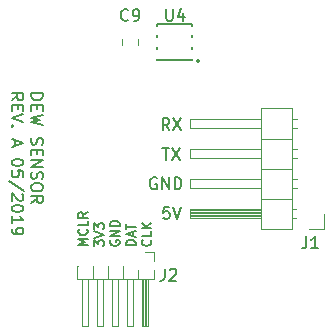
<source format=gbr>
G04 #@! TF.GenerationSoftware,KiCad,Pcbnew,(5.1.2)-1*
G04 #@! TF.CreationDate,2019-05-26T15:49:40+02:00*
G04 #@! TF.ProjectId,Dew Sensor,44657720-5365-46e7-936f-722e6b696361,rev?*
G04 #@! TF.SameCoordinates,Original*
G04 #@! TF.FileFunction,Legend,Top*
G04 #@! TF.FilePolarity,Positive*
%FSLAX46Y46*%
G04 Gerber Fmt 4.6, Leading zero omitted, Abs format (unit mm)*
G04 Created by KiCad (PCBNEW (5.1.2)-1) date 2019-05-26 15:49:40*
%MOMM*%
%LPD*%
G04 APERTURE LIST*
%ADD10C,0.150000*%
%ADD11C,0.120000*%
%ADD12C,0.200000*%
G04 APERTURE END LIST*
D10*
X194872619Y-118835595D02*
X195872619Y-118835595D01*
X195872619Y-119073690D01*
X195825000Y-119216547D01*
X195729761Y-119311785D01*
X195634523Y-119359404D01*
X195444047Y-119407023D01*
X195301190Y-119407023D01*
X195110714Y-119359404D01*
X195015476Y-119311785D01*
X194920238Y-119216547D01*
X194872619Y-119073690D01*
X194872619Y-118835595D01*
X195396428Y-119835595D02*
X195396428Y-120168928D01*
X194872619Y-120311785D02*
X194872619Y-119835595D01*
X195872619Y-119835595D01*
X195872619Y-120311785D01*
X195872619Y-120645119D02*
X194872619Y-120883214D01*
X195586904Y-121073690D01*
X194872619Y-121264166D01*
X195872619Y-121502261D01*
X194920238Y-122597500D02*
X194872619Y-122740357D01*
X194872619Y-122978452D01*
X194920238Y-123073690D01*
X194967857Y-123121309D01*
X195063095Y-123168928D01*
X195158333Y-123168928D01*
X195253571Y-123121309D01*
X195301190Y-123073690D01*
X195348809Y-122978452D01*
X195396428Y-122787976D01*
X195444047Y-122692738D01*
X195491666Y-122645119D01*
X195586904Y-122597500D01*
X195682142Y-122597500D01*
X195777380Y-122645119D01*
X195825000Y-122692738D01*
X195872619Y-122787976D01*
X195872619Y-123026071D01*
X195825000Y-123168928D01*
X195396428Y-123597500D02*
X195396428Y-123930833D01*
X194872619Y-124073690D02*
X194872619Y-123597500D01*
X195872619Y-123597500D01*
X195872619Y-124073690D01*
X194872619Y-124502261D02*
X195872619Y-124502261D01*
X194872619Y-125073690D01*
X195872619Y-125073690D01*
X194920238Y-125502261D02*
X194872619Y-125645119D01*
X194872619Y-125883214D01*
X194920238Y-125978452D01*
X194967857Y-126026071D01*
X195063095Y-126073690D01*
X195158333Y-126073690D01*
X195253571Y-126026071D01*
X195301190Y-125978452D01*
X195348809Y-125883214D01*
X195396428Y-125692738D01*
X195444047Y-125597500D01*
X195491666Y-125549880D01*
X195586904Y-125502261D01*
X195682142Y-125502261D01*
X195777380Y-125549880D01*
X195825000Y-125597500D01*
X195872619Y-125692738D01*
X195872619Y-125930833D01*
X195825000Y-126073690D01*
X195872619Y-126692738D02*
X195872619Y-126883214D01*
X195825000Y-126978452D01*
X195729761Y-127073690D01*
X195539285Y-127121309D01*
X195205952Y-127121309D01*
X195015476Y-127073690D01*
X194920238Y-126978452D01*
X194872619Y-126883214D01*
X194872619Y-126692738D01*
X194920238Y-126597500D01*
X195015476Y-126502261D01*
X195205952Y-126454642D01*
X195539285Y-126454642D01*
X195729761Y-126502261D01*
X195825000Y-126597500D01*
X195872619Y-126692738D01*
X194872619Y-128121309D02*
X195348809Y-127787976D01*
X194872619Y-127549880D02*
X195872619Y-127549880D01*
X195872619Y-127930833D01*
X195825000Y-128026071D01*
X195777380Y-128073690D01*
X195682142Y-128121309D01*
X195539285Y-128121309D01*
X195444047Y-128073690D01*
X195396428Y-128026071D01*
X195348809Y-127930833D01*
X195348809Y-127549880D01*
X193222619Y-119407023D02*
X193698809Y-119073690D01*
X193222619Y-118835595D02*
X194222619Y-118835595D01*
X194222619Y-119216547D01*
X194175000Y-119311785D01*
X194127380Y-119359404D01*
X194032142Y-119407023D01*
X193889285Y-119407023D01*
X193794047Y-119359404D01*
X193746428Y-119311785D01*
X193698809Y-119216547D01*
X193698809Y-118835595D01*
X193746428Y-119835595D02*
X193746428Y-120168928D01*
X193222619Y-120311785D02*
X193222619Y-119835595D01*
X194222619Y-119835595D01*
X194222619Y-120311785D01*
X194222619Y-120597500D02*
X193222619Y-120930833D01*
X194222619Y-121264166D01*
X193317857Y-121597500D02*
X193270238Y-121645119D01*
X193222619Y-121597500D01*
X193270238Y-121549880D01*
X193317857Y-121597500D01*
X193222619Y-121597500D01*
X193508333Y-122787976D02*
X193508333Y-123264166D01*
X193222619Y-122692738D02*
X194222619Y-123026071D01*
X193222619Y-123359404D01*
X194222619Y-124645119D02*
X194222619Y-124740357D01*
X194175000Y-124835595D01*
X194127380Y-124883214D01*
X194032142Y-124930833D01*
X193841666Y-124978452D01*
X193603571Y-124978452D01*
X193413095Y-124930833D01*
X193317857Y-124883214D01*
X193270238Y-124835595D01*
X193222619Y-124740357D01*
X193222619Y-124645119D01*
X193270238Y-124549880D01*
X193317857Y-124502261D01*
X193413095Y-124454642D01*
X193603571Y-124407023D01*
X193841666Y-124407023D01*
X194032142Y-124454642D01*
X194127380Y-124502261D01*
X194175000Y-124549880D01*
X194222619Y-124645119D01*
X194222619Y-125883214D02*
X194222619Y-125407023D01*
X193746428Y-125359404D01*
X193794047Y-125407023D01*
X193841666Y-125502261D01*
X193841666Y-125740357D01*
X193794047Y-125835595D01*
X193746428Y-125883214D01*
X193651190Y-125930833D01*
X193413095Y-125930833D01*
X193317857Y-125883214D01*
X193270238Y-125835595D01*
X193222619Y-125740357D01*
X193222619Y-125502261D01*
X193270238Y-125407023D01*
X193317857Y-125359404D01*
X194270238Y-127073690D02*
X192984523Y-126216547D01*
X194127380Y-127359404D02*
X194175000Y-127407023D01*
X194222619Y-127502261D01*
X194222619Y-127740357D01*
X194175000Y-127835595D01*
X194127380Y-127883214D01*
X194032142Y-127930833D01*
X193936904Y-127930833D01*
X193794047Y-127883214D01*
X193222619Y-127311785D01*
X193222619Y-127930833D01*
X194222619Y-128549880D02*
X194222619Y-128645119D01*
X194175000Y-128740357D01*
X194127380Y-128787976D01*
X194032142Y-128835595D01*
X193841666Y-128883214D01*
X193603571Y-128883214D01*
X193413095Y-128835595D01*
X193317857Y-128787976D01*
X193270238Y-128740357D01*
X193222619Y-128645119D01*
X193222619Y-128549880D01*
X193270238Y-128454642D01*
X193317857Y-128407023D01*
X193413095Y-128359404D01*
X193603571Y-128311785D01*
X193841666Y-128311785D01*
X194032142Y-128359404D01*
X194127380Y-128407023D01*
X194175000Y-128454642D01*
X194222619Y-128549880D01*
X193222619Y-129835595D02*
X193222619Y-129264166D01*
X193222619Y-129549880D02*
X194222619Y-129549880D01*
X194079761Y-129454642D01*
X193984523Y-129359404D01*
X193936904Y-129264166D01*
X193222619Y-130311785D02*
X193222619Y-130502261D01*
X193270238Y-130597500D01*
X193317857Y-130645119D01*
X193460714Y-130740357D01*
X193651190Y-130787976D01*
X194032142Y-130787976D01*
X194127380Y-130740357D01*
X194175000Y-130692738D01*
X194222619Y-130597500D01*
X194222619Y-130407023D01*
X194175000Y-130311785D01*
X194127380Y-130264166D01*
X194032142Y-130216547D01*
X193794047Y-130216547D01*
X193698809Y-130264166D01*
X193651190Y-130311785D01*
X193603571Y-130407023D01*
X193603571Y-130597500D01*
X193651190Y-130692738D01*
X193698809Y-130740357D01*
X193794047Y-130787976D01*
X205488095Y-126000000D02*
X205392857Y-125952380D01*
X205250000Y-125952380D01*
X205107142Y-126000000D01*
X205011904Y-126095238D01*
X204964285Y-126190476D01*
X204916666Y-126380952D01*
X204916666Y-126523809D01*
X204964285Y-126714285D01*
X205011904Y-126809523D01*
X205107142Y-126904761D01*
X205250000Y-126952380D01*
X205345238Y-126952380D01*
X205488095Y-126904761D01*
X205535714Y-126857142D01*
X205535714Y-126523809D01*
X205345238Y-126523809D01*
X205964285Y-126952380D02*
X205964285Y-125952380D01*
X206535714Y-126952380D01*
X206535714Y-125952380D01*
X207011904Y-126952380D02*
X207011904Y-125952380D01*
X207250000Y-125952380D01*
X207392857Y-126000000D01*
X207488095Y-126095238D01*
X207535714Y-126190476D01*
X207583333Y-126380952D01*
X207583333Y-126523809D01*
X207535714Y-126714285D01*
X207488095Y-126809523D01*
X207392857Y-126904761D01*
X207250000Y-126952380D01*
X207011904Y-126952380D01*
X206559523Y-128452380D02*
X206083333Y-128452380D01*
X206035714Y-128928571D01*
X206083333Y-128880952D01*
X206178571Y-128833333D01*
X206416666Y-128833333D01*
X206511904Y-128880952D01*
X206559523Y-128928571D01*
X206607142Y-129023809D01*
X206607142Y-129261904D01*
X206559523Y-129357142D01*
X206511904Y-129404761D01*
X206416666Y-129452380D01*
X206178571Y-129452380D01*
X206083333Y-129404761D01*
X206035714Y-129357142D01*
X206892857Y-128452380D02*
X207226190Y-129452380D01*
X207559523Y-128452380D01*
X205988095Y-123452380D02*
X206559523Y-123452380D01*
X206273809Y-124452380D02*
X206273809Y-123452380D01*
X206797619Y-123452380D02*
X207464285Y-124452380D01*
X207464285Y-123452380D02*
X206797619Y-124452380D01*
X206583333Y-121952380D02*
X206250000Y-121476190D01*
X206011904Y-121952380D02*
X206011904Y-120952380D01*
X206392857Y-120952380D01*
X206488095Y-121000000D01*
X206535714Y-121047619D01*
X206583333Y-121142857D01*
X206583333Y-121285714D01*
X206535714Y-121380952D01*
X206488095Y-121428571D01*
X206392857Y-121476190D01*
X206011904Y-121476190D01*
X206916666Y-120952380D02*
X207583333Y-121952380D01*
X207583333Y-120952380D02*
X206916666Y-121952380D01*
X199661904Y-131712023D02*
X198861904Y-131712023D01*
X199433333Y-131445357D01*
X198861904Y-131178690D01*
X199661904Y-131178690D01*
X199585714Y-130340595D02*
X199623809Y-130378690D01*
X199661904Y-130492976D01*
X199661904Y-130569166D01*
X199623809Y-130683452D01*
X199547619Y-130759642D01*
X199471428Y-130797738D01*
X199319047Y-130835833D01*
X199204761Y-130835833D01*
X199052380Y-130797738D01*
X198976190Y-130759642D01*
X198900000Y-130683452D01*
X198861904Y-130569166D01*
X198861904Y-130492976D01*
X198900000Y-130378690D01*
X198938095Y-130340595D01*
X199661904Y-129616785D02*
X199661904Y-129997738D01*
X198861904Y-129997738D01*
X199661904Y-128892976D02*
X199280952Y-129159642D01*
X199661904Y-129350119D02*
X198861904Y-129350119D01*
X198861904Y-129045357D01*
X198900000Y-128969166D01*
X198938095Y-128931071D01*
X199014285Y-128892976D01*
X199128571Y-128892976D01*
X199204761Y-128931071D01*
X199242857Y-128969166D01*
X199280952Y-129045357D01*
X199280952Y-129350119D01*
X200211904Y-131788214D02*
X200211904Y-131292976D01*
X200516666Y-131559642D01*
X200516666Y-131445357D01*
X200554761Y-131369166D01*
X200592857Y-131331071D01*
X200669047Y-131292976D01*
X200859523Y-131292976D01*
X200935714Y-131331071D01*
X200973809Y-131369166D01*
X201011904Y-131445357D01*
X201011904Y-131673928D01*
X200973809Y-131750119D01*
X200935714Y-131788214D01*
X200211904Y-131064404D02*
X201011904Y-130797738D01*
X200211904Y-130531071D01*
X200211904Y-130340595D02*
X200211904Y-129845357D01*
X200516666Y-130112023D01*
X200516666Y-129997738D01*
X200554761Y-129921547D01*
X200592857Y-129883452D01*
X200669047Y-129845357D01*
X200859523Y-129845357D01*
X200935714Y-129883452D01*
X200973809Y-129921547D01*
X201011904Y-129997738D01*
X201011904Y-130226309D01*
X200973809Y-130302500D01*
X200935714Y-130340595D01*
X201600000Y-131292976D02*
X201561904Y-131369166D01*
X201561904Y-131483452D01*
X201600000Y-131597738D01*
X201676190Y-131673928D01*
X201752380Y-131712023D01*
X201904761Y-131750119D01*
X202019047Y-131750119D01*
X202171428Y-131712023D01*
X202247619Y-131673928D01*
X202323809Y-131597738D01*
X202361904Y-131483452D01*
X202361904Y-131407261D01*
X202323809Y-131292976D01*
X202285714Y-131254880D01*
X202019047Y-131254880D01*
X202019047Y-131407261D01*
X202361904Y-130912023D02*
X201561904Y-130912023D01*
X202361904Y-130454880D01*
X201561904Y-130454880D01*
X202361904Y-130073928D02*
X201561904Y-130073928D01*
X201561904Y-129883452D01*
X201600000Y-129769166D01*
X201676190Y-129692976D01*
X201752380Y-129654880D01*
X201904761Y-129616785D01*
X202019047Y-129616785D01*
X202171428Y-129654880D01*
X202247619Y-129692976D01*
X202323809Y-129769166D01*
X202361904Y-129883452D01*
X202361904Y-130073928D01*
X203711904Y-131712023D02*
X202911904Y-131712023D01*
X202911904Y-131521547D01*
X202950000Y-131407261D01*
X203026190Y-131331071D01*
X203102380Y-131292976D01*
X203254761Y-131254880D01*
X203369047Y-131254880D01*
X203521428Y-131292976D01*
X203597619Y-131331071D01*
X203673809Y-131407261D01*
X203711904Y-131521547D01*
X203711904Y-131712023D01*
X203483333Y-130950119D02*
X203483333Y-130569166D01*
X203711904Y-131026309D02*
X202911904Y-130759642D01*
X203711904Y-130492976D01*
X202911904Y-130340595D02*
X202911904Y-129883452D01*
X203711904Y-130112023D02*
X202911904Y-130112023D01*
X204985714Y-131254880D02*
X205023809Y-131292976D01*
X205061904Y-131407261D01*
X205061904Y-131483452D01*
X205023809Y-131597738D01*
X204947619Y-131673928D01*
X204871428Y-131712023D01*
X204719047Y-131750119D01*
X204604761Y-131750119D01*
X204452380Y-131712023D01*
X204376190Y-131673928D01*
X204300000Y-131597738D01*
X204261904Y-131483452D01*
X204261904Y-131407261D01*
X204300000Y-131292976D01*
X204338095Y-131254880D01*
X205061904Y-130531071D02*
X205061904Y-130912023D01*
X204261904Y-130912023D01*
X205061904Y-130264404D02*
X204261904Y-130264404D01*
X205061904Y-129807261D02*
X204604761Y-130150119D01*
X204261904Y-129807261D02*
X204719047Y-130264404D01*
D11*
X219710000Y-130302000D02*
X218440000Y-130302000D01*
X219710000Y-129032000D02*
X219710000Y-130302000D01*
X217397071Y-121032000D02*
X217000000Y-121032000D01*
X217397071Y-121792000D02*
X217000000Y-121792000D01*
X208340000Y-121032000D02*
X214340000Y-121032000D01*
X208340000Y-121792000D02*
X208340000Y-121032000D01*
X214340000Y-121792000D02*
X208340000Y-121792000D01*
X217000000Y-122682000D02*
X214340000Y-122682000D01*
X217397071Y-123572000D02*
X217000000Y-123572000D01*
X217397071Y-124332000D02*
X217000000Y-124332000D01*
X208340000Y-123572000D02*
X214340000Y-123572000D01*
X208340000Y-124332000D02*
X208340000Y-123572000D01*
X214340000Y-124332000D02*
X208340000Y-124332000D01*
X217000000Y-125222000D02*
X214340000Y-125222000D01*
X217397071Y-126112000D02*
X217000000Y-126112000D01*
X217397071Y-126872000D02*
X217000000Y-126872000D01*
X208340000Y-126112000D02*
X214340000Y-126112000D01*
X208340000Y-126872000D02*
X208340000Y-126112000D01*
X214340000Y-126872000D02*
X208340000Y-126872000D01*
X217000000Y-127762000D02*
X214340000Y-127762000D01*
X217330000Y-128652000D02*
X217000000Y-128652000D01*
X217330000Y-129412000D02*
X217000000Y-129412000D01*
X214340000Y-128752000D02*
X208340000Y-128752000D01*
X214340000Y-128872000D02*
X208340000Y-128872000D01*
X214340000Y-128992000D02*
X208340000Y-128992000D01*
X214340000Y-129112000D02*
X208340000Y-129112000D01*
X214340000Y-129232000D02*
X208340000Y-129232000D01*
X214340000Y-129352000D02*
X208340000Y-129352000D01*
X208340000Y-128652000D02*
X214340000Y-128652000D01*
X208340000Y-129412000D02*
X208340000Y-128652000D01*
X214340000Y-129412000D02*
X208340000Y-129412000D01*
X214340000Y-130362000D02*
X217000000Y-130362000D01*
X214340000Y-120082000D02*
X214340000Y-130362000D01*
X217000000Y-120082000D02*
X214340000Y-120082000D01*
X217000000Y-130362000D02*
X217000000Y-120082000D01*
X205300000Y-132240000D02*
X205300000Y-133000000D01*
X204540000Y-132240000D02*
X205300000Y-132240000D01*
X199200000Y-138560000D02*
X199200000Y-134560000D01*
X199720000Y-138560000D02*
X199200000Y-138560000D01*
X199720000Y-134560000D02*
X199720000Y-138560000D01*
X200110323Y-133440000D02*
X200079677Y-133440000D01*
X200095000Y-133440000D02*
X200095000Y-134560000D01*
X200470000Y-138560000D02*
X200470000Y-134560000D01*
X200990000Y-138560000D02*
X200470000Y-138560000D01*
X200990000Y-134560000D02*
X200990000Y-138560000D01*
X201380323Y-133440000D02*
X201349677Y-133440000D01*
X201365000Y-133440000D02*
X201365000Y-134560000D01*
X201740000Y-138560000D02*
X201740000Y-134560000D01*
X202260000Y-138560000D02*
X201740000Y-138560000D01*
X202260000Y-134560000D02*
X202260000Y-138560000D01*
X202650323Y-133440000D02*
X202619677Y-133440000D01*
X202635000Y-133440000D02*
X202635000Y-134560000D01*
X203010000Y-138560000D02*
X203010000Y-134560000D01*
X203530000Y-138560000D02*
X203010000Y-138560000D01*
X203530000Y-134560000D02*
X203530000Y-138560000D01*
X203905000Y-133760000D02*
X203905000Y-134560000D01*
X204380000Y-134560000D02*
X204380000Y-138560000D01*
X204500000Y-134560000D02*
X204500000Y-138560000D01*
X204620000Y-134560000D02*
X204620000Y-138560000D01*
X204740000Y-134560000D02*
X204740000Y-138560000D01*
X204280000Y-138560000D02*
X204280000Y-134560000D01*
X204800000Y-138560000D02*
X204280000Y-138560000D01*
X204800000Y-134560000D02*
X204800000Y-138560000D01*
X198765000Y-133440000D02*
X198840323Y-133440000D01*
X198765000Y-134560000D02*
X198765000Y-133440000D01*
X205235000Y-134560000D02*
X198765000Y-134560000D01*
X205235000Y-133760000D02*
X205235000Y-134560000D01*
X203960000Y-114758578D02*
X203960000Y-114241422D01*
X202540000Y-114758578D02*
X202540000Y-114241422D01*
D10*
X208500000Y-116000000D02*
X205500000Y-116000000D01*
X208500000Y-113000000D02*
X205500000Y-113000000D01*
X205500000Y-113000000D02*
X205500000Y-113100000D01*
X205500000Y-116000000D02*
X205500000Y-115900000D01*
X208500000Y-116000000D02*
X208500000Y-115900000D01*
X208500000Y-113000000D02*
X208500000Y-113100000D01*
X208500000Y-114100000D02*
X208500000Y-113900000D01*
X208500000Y-115100000D02*
X208500000Y-114900000D01*
X205500000Y-115100000D02*
X205500000Y-114900000D01*
X205500000Y-114100000D02*
X205500000Y-113900000D01*
D12*
X209100000Y-116100000D02*
G75*
G03X209100000Y-116100000I-100000J0D01*
G01*
D10*
X218166666Y-130952380D02*
X218166666Y-131666666D01*
X218119047Y-131809523D01*
X218023809Y-131904761D01*
X217880952Y-131952380D01*
X217785714Y-131952380D01*
X219166666Y-131952380D02*
X218595238Y-131952380D01*
X218880952Y-131952380D02*
X218880952Y-130952380D01*
X218785714Y-131095238D01*
X218690476Y-131190476D01*
X218595238Y-131238095D01*
X206166666Y-133702380D02*
X206166666Y-134416666D01*
X206119047Y-134559523D01*
X206023809Y-134654761D01*
X205880952Y-134702380D01*
X205785714Y-134702380D01*
X206595238Y-133797619D02*
X206642857Y-133750000D01*
X206738095Y-133702380D01*
X206976190Y-133702380D01*
X207071428Y-133750000D01*
X207119047Y-133797619D01*
X207166666Y-133892857D01*
X207166666Y-133988095D01*
X207119047Y-134130952D01*
X206547619Y-134702380D01*
X207166666Y-134702380D01*
X203083333Y-112607142D02*
X203035714Y-112654761D01*
X202892857Y-112702380D01*
X202797619Y-112702380D01*
X202654761Y-112654761D01*
X202559523Y-112559523D01*
X202511904Y-112464285D01*
X202464285Y-112273809D01*
X202464285Y-112130952D01*
X202511904Y-111940476D01*
X202559523Y-111845238D01*
X202654761Y-111750000D01*
X202797619Y-111702380D01*
X202892857Y-111702380D01*
X203035714Y-111750000D01*
X203083333Y-111797619D01*
X203559523Y-112702380D02*
X203750000Y-112702380D01*
X203845238Y-112654761D01*
X203892857Y-112607142D01*
X203988095Y-112464285D01*
X204035714Y-112273809D01*
X204035714Y-111892857D01*
X203988095Y-111797619D01*
X203940476Y-111750000D01*
X203845238Y-111702380D01*
X203654761Y-111702380D01*
X203559523Y-111750000D01*
X203511904Y-111797619D01*
X203464285Y-111892857D01*
X203464285Y-112130952D01*
X203511904Y-112226190D01*
X203559523Y-112273809D01*
X203654761Y-112321428D01*
X203845238Y-112321428D01*
X203940476Y-112273809D01*
X203988095Y-112226190D01*
X204035714Y-112130952D01*
X206292095Y-111680380D02*
X206292095Y-112489904D01*
X206339714Y-112585142D01*
X206387333Y-112632761D01*
X206482571Y-112680380D01*
X206673047Y-112680380D01*
X206768285Y-112632761D01*
X206815904Y-112585142D01*
X206863523Y-112489904D01*
X206863523Y-111680380D01*
X207768285Y-112013714D02*
X207768285Y-112680380D01*
X207530190Y-111632761D02*
X207292095Y-112347047D01*
X207911142Y-112347047D01*
M02*

</source>
